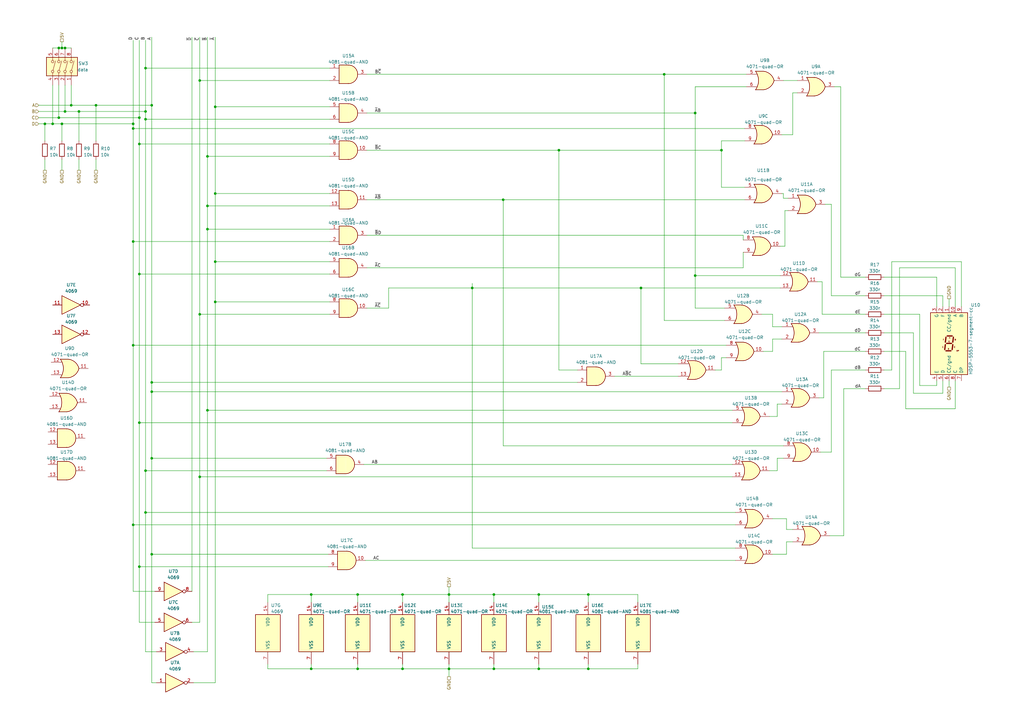
<source format=kicad_sch>
(kicad_sch (version 20230121) (generator eeschema)
  (paper "A3")
  (lib_symbols
    (symbol "000_Diodes_Immo:HDSP-7401"
      (property "Reference" "U" (at 27.94 3.81 0))
      (property "Value" "HDSP-5553-7-segment-cc" (at 13.97 17.78 0))
      (symbol "HDSP-7401_1_0"
        (text "A" (at 0.254 2.413 0) (effects (font (size 0.508 0.508))))
        (text "B" (at 2.54 1.651 0) (effects (font (size 0.508 0.508))))
        (text "C" (at 2.286 -1.397 0) (effects (font (size 0.508 0.508))))
        (text "D" (at -0.254 -2.159 0) (effects (font (size 0.508 0.508))))
        (text "DP" (at 3.556 -2.921 0) (effects (font (size 0.508 0.508))))
        (text "E" (at -2.54 -1.397 0) (effects (font (size 0.508 0.508))))
        (text "F" (at -2.286 1.651 0) (effects (font (size 0.508 0.508))))
        (text "G" (at 0 0.889 0) (effects (font (size 0.508 0.508))))
      )
      (symbol "HDSP-7401_1_1"
        (pin input line (at 0 15.24 270) (length 2.54) (name "CC/gnd") (number "1"))
        (pin input line (at 2.54 15.24 270) (length 2.54) (name "A") (number "10"))
        (pin input line (at -2.54 15.24 270) (length 2.54) (name "F") (number "2"))
        (pin input line (at -5.08 15.24 270) (length 2.54) (name "G") (number "3"))
        (pin input line (at -5.08 -15.24 90) (length 2.54) (name "E") (number "4"))
        (pin input line (at -2.54 -15.24 90) (length 2.54) (name "D") (number "5"))
        (pin input line (at 0 -15.24 90) (length 2.54) (name "CC/gnd") (number "6"))
        (pin input line (at 5.08 -15.24 90) (length 2.54) (name "DP") (number "7"))
        (pin input line (at 2.54 -15.24 90) (length 2.54) (name "C") (number "8"))
        (pin input line (at 5.08 15.24 270) (length 2.54) (name "B") (number "9"))
      )
    )
    (symbol "000_Logic_IC_Immo:4071-quad-OR" (pin_names (offset 1.016))
      (property "Reference" "U" (at 0 1.27 0))
      (property "Value" "4071-quad-OR" (at 0 -1.27 0))
      (symbol "4071-quad-OR_1_1"
        (pin input line (at -7.62 2.54 0) (length 4.318) (name "~") (number "1"))
        (pin input line (at -7.62 -2.54 0) (length 4.318) (name "~") (number "2"))
        (pin output line (at 7.62 0 180) (length 3.81) (name "~") (number "3"))
      )
      (symbol "4071-quad-OR_1_2"
        (pin input inverted (at -7.62 2.54 0) (length 3.81) (name "~") (number "1"))
        (pin input inverted (at -7.62 -2.54 0) (length 3.81) (name "~") (number "2"))
        (pin output inverted (at 7.62 0 180) (length 3.81) (name "~") (number "3"))
      )
      (symbol "4071-quad-OR_2_1"
        (pin output line (at 7.62 0 180) (length 3.81) (name "~") (number "4"))
        (pin input line (at -7.62 2.54 0) (length 4.318) (name "~") (number "5"))
        (pin input line (at -7.62 -2.54 0) (length 4.318) (name "~") (number "6"))
      )
      (symbol "4071-quad-OR_2_2"
        (pin output inverted (at 7.62 0 180) (length 3.81) (name "~") (number "4"))
        (pin input inverted (at -7.62 2.54 0) (length 3.81) (name "~") (number "5"))
        (pin input inverted (at -7.62 -2.54 0) (length 3.81) (name "~") (number "6"))
      )
      (symbol "4071-quad-OR_3_1"
        (pin output line (at 7.62 0 180) (length 3.81) (name "~") (number "10"))
        (pin input line (at -7.62 2.54 0) (length 4.318) (name "~") (number "8"))
        (pin input line (at -7.62 -2.54 0) (length 4.318) (name "~") (number "9"))
      )
      (symbol "4071-quad-OR_3_2"
        (pin output inverted (at 7.62 0 180) (length 3.81) (name "~") (number "10"))
        (pin input inverted (at -7.62 2.54 0) (length 3.81) (name "~") (number "8"))
        (pin input inverted (at -7.62 -2.54 0) (length 3.81) (name "~") (number "9"))
      )
      (symbol "4071-quad-OR_4_1"
        (pin output line (at 7.62 0 180) (length 3.81) (name "~") (number "11"))
        (pin input line (at -7.62 2.54 0) (length 4.318) (name "~") (number "12"))
        (pin input line (at -7.62 -2.54 0) (length 4.318) (name "~") (number "13"))
      )
      (symbol "4071-quad-OR_4_2"
        (pin output inverted (at 7.62 0 180) (length 3.81) (name "~") (number "11"))
        (pin input inverted (at -7.62 2.54 0) (length 3.81) (name "~") (number "12"))
        (pin input inverted (at -7.62 -2.54 0) (length 3.81) (name "~") (number "13"))
      )
      (symbol "4071-quad-OR_5_0"
        (pin power_in line (at 0 12.7 270) (length 5.08) (name "VDD") (number "14"))
        (pin power_in line (at 0 -12.7 90) (length 5.08) (name "VSS") (number "7"))
      )
    )
    (symbol "000_Logic_IC_Immo:4081-quad-AND" (pin_names (offset 1.016))
      (property "Reference" "U" (at 0 1.27 0))
      (property "Value" "4081-quad-AND" (at 0 -1.27 0))
      (symbol "4081-quad-AND_1_1"
        (pin input line (at -7.62 2.54 0) (length 3.81) (name "~") (number "1"))
        (pin input line (at -7.62 -2.54 0) (length 3.81) (name "~") (number "2"))
        (pin output line (at 7.62 0 180) (length 3.81) (name "~") (number "3"))
      )
      (symbol "4081-quad-AND_1_2"
        (pin input inverted (at -7.62 2.54 0) (length 4.318) (name "~") (number "1"))
        (pin input inverted (at -7.62 -2.54 0) (length 4.318) (name "~") (number "2"))
        (pin output inverted (at 7.62 0 180) (length 3.81) (name "~") (number "3"))
      )
      (symbol "4081-quad-AND_2_1"
        (pin output line (at 7.62 0 180) (length 3.81) (name "~") (number "4"))
        (pin input line (at -7.62 2.54 0) (length 3.81) (name "~") (number "5"))
        (pin input line (at -7.62 -2.54 0) (length 3.81) (name "~") (number "6"))
      )
      (symbol "4081-quad-AND_2_2"
        (pin output inverted (at 7.62 0 180) (length 3.81) (name "~") (number "4"))
        (pin input inverted (at -7.62 2.54 0) (length 4.318) (name "~") (number "5"))
        (pin input inverted (at -7.62 -2.54 0) (length 4.318) (name "~") (number "6"))
      )
      (symbol "4081-quad-AND_3_1"
        (pin output line (at 7.62 0 180) (length 3.81) (name "~") (number "10"))
        (pin input line (at -7.62 2.54 0) (length 3.81) (name "~") (number "8"))
        (pin input line (at -7.62 -2.54 0) (length 3.81) (name "~") (number "9"))
      )
      (symbol "4081-quad-AND_3_2"
        (pin output inverted (at 7.62 0 180) (length 3.81) (name "~") (number "10"))
        (pin input inverted (at -7.62 2.54 0) (length 4.318) (name "~") (number "8"))
        (pin input inverted (at -7.62 -2.54 0) (length 4.318) (name "~") (number "9"))
      )
      (symbol "4081-quad-AND_4_1"
        (pin output line (at 7.62 0 180) (length 3.81) (name "~") (number "11"))
        (pin input line (at -7.62 2.54 0) (length 3.81) (name "~") (number "12"))
        (pin input line (at -7.62 -2.54 0) (length 3.81) (name "~") (number "13"))
      )
      (symbol "4081-quad-AND_4_2"
        (pin output inverted (at 7.62 0 180) (length 3.81) (name "~") (number "11"))
        (pin input inverted (at -7.62 2.54 0) (length 4.318) (name "~") (number "12"))
        (pin input inverted (at -7.62 -2.54 0) (length 4.318) (name "~") (number "13"))
      )
      (symbol "4081-quad-AND_5_0"
        (pin power_in line (at 0 12.7 270) (length 5.08) (name "VDD") (number "14"))
        (pin power_in line (at 0 -12.7 90) (length 5.08) (name "VSS") (number "7"))
      )
    )
    (symbol "000_Resistors_Immo:10k" (pin_numbers hide) (pin_names (offset 0))
      (property "Reference" "R?" (at -2.54 3.81 0))
      (property "Value" "10k" (at -5.08 2.54 0))
      (symbol "10k_1_1"
        (pin passive line (at -3.81 0 0) (length 1.27) (name "~") (number "1"))
        (pin passive line (at 3.81 0 180) (length 1.27) (name "~") (number "2"))
      )
    )
    (symbol "000_Resistors_Immo:Resistor_0805" (pin_numbers hide) (pin_names (offset 0))
      (property "Reference" "R?" (at -2.54 3.81 0))
      (property "Value" "Resistor_0805" (at -5.08 2.54 0))
      (symbol "Resistor_0805_1_1"
        (pin passive line (at -3.81 0 0) (length 1.27) (name "~") (number "1"))
        (pin passive line (at 3.81 0 180) (length 1.27) (name "~") (number "2"))
      )
    )
    (symbol "4xxx:4069" (pin_names (offset 1.016))
      (property "Reference" "U" (at 0 1.27 0))
      (property "Value" "4069" (at 0 -1.27 0))
      (symbol "4069_1_0"
        (pin input line (at -7.62 0 0) (length 3.81) (name "~") (number "1"))
        (pin output inverted (at 7.62 0 180) (length 3.81) (name "~") (number "2"))
      )
      (symbol "4069_2_0"
        (pin input line (at -7.62 0 0) (length 3.81) (name "~") (number "3"))
        (pin output inverted (at 7.62 0 180) (length 3.81) (name "~") (number "4"))
      )
      (symbol "4069_3_0"
        (pin input line (at -7.62 0 0) (length 3.81) (name "~") (number "5"))
        (pin output inverted (at 7.62 0 180) (length 3.81) (name "~") (number "6"))
      )
      (symbol "4069_4_0"
        (pin output inverted (at 7.62 0 180) (length 3.81) (name "~") (number "8"))
        (pin input line (at -7.62 0 0) (length 3.81) (name "~") (number "9"))
      )
      (symbol "4069_5_0"
        (pin output inverted (at 7.62 0 180) (length 3.81) (name "~") (number "10"))
        (pin input line (at -7.62 0 0) (length 3.81) (name "~") (number "11"))
      )
      (symbol "4069_6_0"
        (pin output inverted (at 7.62 0 180) (length 3.81) (name "~") (number "12"))
        (pin input line (at -7.62 0 0) (length 3.81) (name "~") (number "13"))
      )
      (symbol "4069_7_0"
        (pin power_in line (at 0 12.7 270) (length 5.08) (name "VDD") (number "14"))
        (pin power_in line (at 0 -12.7 90) (length 5.08) (name "VSS") (number "7"))
      )
    )
    (symbol "Switch:SW_DIP_x04" (pin_names (offset 0) hide)
      (property "Reference" "SW" (at 0 8.89 0))
      (property "Value" "SW_DIP_x04" (at 0 -6.35 0))
      (symbol "SW_DIP_x04_1_1"
        (pin passive line (at -7.62 5.08 0) (length 5.08) (name "~") (number "1"))
        (pin passive line (at -7.62 2.54 0) (length 5.08) (name "~") (number "2"))
        (pin passive line (at -7.62 0 0) (length 5.08) (name "~") (number "3"))
        (pin passive line (at -7.62 -2.54 0) (length 5.08) (name "~") (number "4"))
        (pin passive line (at 7.62 -2.54 180) (length 5.08) (name "~") (number "5"))
        (pin passive line (at 7.62 0 180) (length 5.08) (name "~") (number "6"))
        (pin passive line (at 7.62 2.54 180) (length 5.08) (name "~") (number "7"))
        (pin passive line (at 7.62 5.08 180) (length 5.08) (name "~") (number "8"))
      )
    )
  )
  (junction (at 62.23 160.655))
  (junction (at 57.15 48.26))
  (junction (at 57.15 59.055))
  (junction (at 57.15 232.41))
  (junction (at 85.09 93.98))
  (junction (at 262.89 118.11))
  (junction (at 295.91 61.595))
  (junction (at 26.67 19.685))
  (junction (at 285.115 113.03))
  (junction (at 24.13 48.26))
  (junction (at 62.23 227.33))
  (junction (at 146.685 274.32))
  (junction (at 88.265 123.825))
  (junction (at 272.415 30.48))
  (junction (at 127.635 274.32))
  (junction (at 165.1 243.84))
  (junction (at 202.565 243.84))
  (junction (at 39.37 43.18))
  (junction (at 62.23 156.845))
  (junction (at 88.265 107.315))
  (junction (at 21.59 50.8))
  (junction (at 25.4 50.8))
  (junction (at 59.69 45.72))
  (junction (at 193.675 118.11))
  (junction (at 241.3 243.84))
  (junction (at 26.67 45.72))
  (junction (at 206.375 81.915))
  (junction (at 220.98 274.32))
  (junction (at 59.69 48.895))
  (junction (at 85.09 64.135))
  (junction (at 18.415 50.8))
  (junction (at 285.115 46.355))
  (junction (at 184.15 274.32))
  (junction (at 54.61 215.265))
  (junction (at 25.4 19.685))
  (junction (at 85.09 168.275))
  (junction (at 88.265 43.815))
  (junction (at 184.15 243.84))
  (junction (at 88.265 79.375))
  (junction (at 24.13 19.685))
  (junction (at 59.69 27.94))
  (junction (at 29.21 43.18))
  (junction (at 62.23 43.18))
  (junction (at 32.385 45.72))
  (junction (at 62.23 187.96))
  (junction (at 146.685 243.84))
  (junction (at 202.565 274.32))
  (junction (at 81.915 33.02))
  (junction (at 57.15 173.355))
  (junction (at 81.915 128.905))
  (junction (at 59.69 193.04))
  (junction (at 241.3 274.32))
  (junction (at 54.61 141.605))
  (junction (at 165.1 274.32))
  (junction (at 54.61 50.8))
  (junction (at 220.98 243.84))
  (junction (at 127.635 243.84))
  (junction (at 229.235 61.595))
  (junction (at 59.69 210.185))
  (junction (at 81.915 195.58))
  (junction (at 54.61 99.06))
  (junction (at 54.61 52.705))
  (junction (at 57.15 112.395))
  (junction (at 85.09 84.455))
  (wire (pts (xy 391.795 109.855) (xy 391.795 125.73)))
  (wire (pts (xy 54.61 52.705) (xy 305.435 52.705)))
  (wire (pts (xy 57.15 59.055) (xy 135.255 59.055)))
  (wire (pts (xy 320.675 55.245) (xy 325.12 55.245)))
  (wire (pts (xy 62.23 280.035) (xy 64.135 280.035)))
  (wire (pts (xy 25.4 50.8) (xy 54.61 50.8)))
  (wire (pts (xy 26.67 19.685) (xy 29.21 19.685)))
  (wire (pts (xy 21.59 19.685) (xy 24.13 19.685)))
  (wire (pts (xy 39.37 65.405) (xy 39.37 69.85)))
  (wire (pts (xy 54.61 215.265) (xy 54.61 242.57)))
  (wire (pts (xy 85.09 84.455) (xy 85.09 93.98)))
  (wire (pts (xy 85.09 64.135) (xy 85.09 84.455)))
  (wire (pts (xy 318.77 193.04) (xy 318.77 187.96)))
  (wire (pts (xy 368.935 159.385) (xy 368.935 109.855)))
  (wire (pts (xy 150.495 96.52) (xy 304.8 96.52)))
  (wire (pts (xy 57.15 173.355) (xy 57.15 232.41)))
  (wire (pts (xy 150.495 81.915) (xy 206.375 81.915)))
  (wire (pts (xy 39.37 43.18) (xy 62.23 43.18)))
  (wire (pts (xy 81.915 195.58) (xy 81.915 255.27)))
  (wire (pts (xy 389.255 122.555) (xy 389.255 125.73)))
  (wire (pts (xy 295.91 151.765) (xy 295.91 146.685)))
  (wire (pts (xy 150.495 61.595) (xy 229.235 61.595)))
  (wire (pts (xy 39.37 43.18) (xy 39.37 57.785)))
  (wire (pts (xy 320.675 79.375) (xy 321.31 79.375)))
  (wire (pts (xy 285.115 46.355) (xy 285.115 113.03)))
  (wire (pts (xy 54.61 141.605) (xy 54.61 215.265)))
  (wire (pts (xy 18.415 57.785) (xy 18.415 50.8)))
  (wire (pts (xy 81.915 33.02) (xy 81.915 128.905)))
  (wire (pts (xy 262.89 118.11) (xy 320.04 118.11)))
  (wire (pts (xy 193.675 118.11) (xy 262.89 118.11)))
  (wire (pts (xy 184.15 272.415) (xy 184.15 274.32)))
  (wire (pts (xy 220.98 243.84) (xy 220.98 247.015)))
  (wire (pts (xy 85.09 168.275) (xy 300.355 168.275)))
  (wire (pts (xy 24.13 48.26) (xy 57.15 48.26)))
  (wire (pts (xy 338.455 83.82) (xy 340.995 83.82)))
  (wire (pts (xy 316.865 212.725) (xy 322.58 212.725)))
  (wire (pts (xy 165.1 272.415) (xy 165.1 274.32)))
  (wire (pts (xy 320.04 100.965) (xy 321.945 100.965)))
  (wire (pts (xy 165.1 274.32) (xy 184.15 274.32)))
  (wire (pts (xy 109.855 274.32) (xy 109.855 272.415)))
  (wire (pts (xy 295.91 57.785) (xy 305.435 57.785)))
  (wire (pts (xy 88.265 107.315) (xy 88.265 123.825)))
  (wire (pts (xy 146.685 243.84) (xy 146.685 247.015)))
  (wire (pts (xy 62.23 187.96) (xy 133.985 187.96)))
  (wire (pts (xy 316.865 133.985) (xy 316.865 128.905)))
  (wire (pts (xy 335.915 163.195) (xy 337.82 163.195)))
  (wire (pts (xy 25.4 65.405) (xy 25.4 69.85)))
  (wire (pts (xy 206.375 81.915) (xy 305.435 81.915)))
  (wire (pts (xy 59.69 267.335) (xy 64.135 267.335)))
  (wire (pts (xy 15.875 43.18) (xy 29.21 43.18)))
  (wire (pts (xy 220.98 272.415) (xy 220.98 274.32)))
  (wire (pts (xy 149.225 190.5) (xy 300.355 190.5)))
  (wire (pts (xy 81.915 33.02) (xy 135.255 33.02)))
  (wire (pts (xy 321.945 100.965) (xy 321.945 86.36)))
  (wire (pts (xy 241.3 243.84) (xy 241.3 247.015)))
  (wire (pts (xy 54.61 141.605) (xy 297.815 141.605)))
  (wire (pts (xy 220.98 243.84) (xy 241.3 243.84)))
  (wire (pts (xy 26.67 34.925) (xy 26.67 45.72)))
  (wire (pts (xy 316.865 139.065) (xy 320.675 139.065)))
  (wire (pts (xy 220.98 274.32) (xy 241.3 274.32)))
  (wire (pts (xy 54.61 99.06) (xy 135.255 99.06)))
  (wire (pts (xy 304.8 96.52) (xy 304.8 98.425)))
  (wire (pts (xy 377.19 128.905) (xy 377.19 158.115)))
  (wire (pts (xy 337.185 115.57) (xy 337.185 128.905)))
  (wire (pts (xy 371.475 167.64) (xy 391.795 167.64)))
  (wire (pts (xy 362.585 121.285) (xy 386.715 121.285)))
  (wire (pts (xy 193.675 116.205) (xy 193.675 118.11)))
  (wire (pts (xy 316.865 227.33) (xy 322.58 227.33)))
  (wire (pts (xy 318.77 187.96) (xy 321.31 187.96)))
  (wire (pts (xy 81.915 195.58) (xy 300.355 195.58)))
  (wire (pts (xy 300.355 173.355) (xy 57.15 173.355)))
  (wire (pts (xy 313.055 144.145) (xy 316.865 144.145)))
  (wire (pts (xy 340.36 219.71) (xy 346.075 219.71)))
  (wire (pts (xy 206.375 81.915) (xy 206.375 182.88)))
  (wire (pts (xy 252.095 154.305) (xy 278.13 154.305)))
  (wire (pts (xy 293.37 151.765) (xy 295.91 151.765)))
  (wire (pts (xy 59.69 48.895) (xy 135.255 48.895)))
  (wire (pts (xy 202.565 272.415) (xy 202.565 274.32)))
  (wire (pts (xy 32.385 45.72) (xy 59.69 45.72)))
  (wire (pts (xy 322.58 212.725) (xy 322.58 217.17)))
  (wire (pts (xy 391.795 167.64) (xy 391.795 156.21)))
  (wire (pts (xy 78.74 15.24) (xy 78.74 242.57)))
  (wire (pts (xy 88.265 43.815) (xy 135.255 43.815)))
  (wire (pts (xy 135.255 79.375) (xy 88.265 79.375)))
  (wire (pts (xy 229.235 151.765) (xy 236.855 151.765)))
  (wire (pts (xy 62.23 187.96) (xy 62.23 227.33)))
  (wire (pts (xy 32.385 45.72) (xy 32.385 57.785)))
  (wire (pts (xy 394.335 107.315) (xy 394.335 125.73)))
  (wire (pts (xy 295.91 61.595) (xy 295.91 57.785)))
  (wire (pts (xy 78.74 255.27) (xy 81.915 255.27)))
  (wire (pts (xy 318.77 170.815) (xy 318.77 165.735)))
  (wire (pts (xy 54.61 242.57) (xy 63.5 242.57)))
  (wire (pts (xy 262.89 118.11) (xy 262.89 149.225)))
  (wire (pts (xy 337.185 128.905) (xy 354.965 128.905)))
  (wire (pts (xy 365.76 107.315) (xy 394.335 107.315)))
  (wire (pts (xy 272.415 30.48) (xy 272.415 131.445)))
  (wire (pts (xy 384.175 158.115) (xy 384.175 156.21)))
  (wire (pts (xy 54.61 99.06) (xy 54.61 141.605)))
  (wire (pts (xy 21.59 34.925) (xy 21.59 50.8)))
  (wire (pts (xy 384.175 113.665) (xy 384.175 125.73)))
  (wire (pts (xy 261.62 243.84) (xy 261.62 247.015)))
  (wire (pts (xy 57.15 48.26) (xy 57.15 59.055)))
  (wire (pts (xy 18.415 65.405) (xy 18.415 69.85)))
  (wire (pts (xy 146.685 243.84) (xy 127.635 243.84)))
  (wire (pts (xy 81.915 128.905) (xy 135.255 128.905)))
  (wire (pts (xy 336.55 185.42) (xy 340.995 185.42)))
  (wire (pts (xy 159.385 126.365) (xy 159.385 118.11)))
  (wire (pts (xy 184.15 274.32) (xy 202.565 274.32)))
  (wire (pts (xy 62.23 227.33) (xy 62.23 280.035)))
  (wire (pts (xy 127.635 243.84) (xy 127.635 247.015)))
  (wire (pts (xy 285.115 35.56) (xy 306.07 35.56)))
  (wire (pts (xy 325.12 55.245) (xy 325.12 38.1)))
  (wire (pts (xy 165.1 243.84) (xy 165.1 247.015)))
  (wire (pts (xy 59.69 210.185) (xy 59.69 267.335)))
  (wire (pts (xy 159.385 118.11) (xy 193.675 118.11)))
  (wire (pts (xy 62.23 160.655) (xy 320.675 160.655)))
  (wire (pts (xy 295.91 146.685) (xy 297.815 146.685)))
  (wire (pts (xy 362.585 128.905) (xy 377.19 128.905)))
  (wire (pts (xy 342.265 35.56) (xy 344.805 35.56)))
  (wire (pts (xy 285.115 113.03) (xy 285.115 126.365)))
  (wire (pts (xy 340.995 151.765) (xy 354.965 151.765)))
  (wire (pts (xy 335.915 136.525) (xy 354.965 136.525)))
  (wire (pts (xy 88.265 123.825) (xy 88.265 280.035)))
  (wire (pts (xy 59.69 48.895) (xy 59.69 193.04)))
  (wire (pts (xy 25.4 17.145) (xy 25.4 19.685)))
  (wire (pts (xy 322.58 227.33) (xy 322.58 222.25)))
  (wire (pts (xy 81.915 15.24) (xy 81.915 33.02)))
  (wire (pts (xy 15.875 45.72) (xy 26.67 45.72)))
  (wire (pts (xy 150.495 109.855) (xy 304.8 109.855)))
  (wire (pts (xy 206.375 182.88) (xy 321.31 182.88)))
  (wire (pts (xy 340.995 121.285) (xy 354.965 121.285)))
  (wire (pts (xy 304.8 109.855) (xy 304.8 103.505)))
  (wire (pts (xy 365.76 151.765) (xy 365.76 107.315)))
  (wire (pts (xy 57.15 112.395) (xy 57.15 173.355)))
  (wire (pts (xy 135.255 27.94) (xy 59.69 27.94)))
  (wire (pts (xy 318.77 165.735) (xy 320.675 165.735)))
  (wire (pts (xy 322.58 217.17) (xy 325.12 217.17)))
  (wire (pts (xy 337.82 163.195) (xy 337.82 144.145)))
  (wire (pts (xy 62.23 43.18) (xy 62.23 156.845)))
  (wire (pts (xy 325.12 38.1) (xy 327.025 38.1)))
  (wire (pts (xy 29.21 34.925) (xy 29.21 43.18)))
  (wire (pts (xy 340.995 83.82) (xy 340.995 121.285)))
  (wire (pts (xy 202.565 274.32) (xy 220.98 274.32)))
  (wire (pts (xy 54.61 50.8) (xy 54.61 52.705)))
  (wire (pts (xy 85.09 168.275) (xy 85.09 267.335)))
  (wire (pts (xy 272.415 30.48) (xy 306.07 30.48)))
  (wire (pts (xy 149.86 229.87) (xy 301.625 229.87)))
  (wire (pts (xy 109.855 243.84) (xy 109.855 247.015)))
  (wire (pts (xy 377.19 158.115) (xy 384.175 158.115)))
  (wire (pts (xy 322.58 222.25) (xy 325.12 222.25)))
  (wire (pts (xy 202.565 243.84) (xy 202.565 247.015)))
  (wire (pts (xy 57.15 255.27) (xy 63.5 255.27)))
  (wire (pts (xy 184.15 243.84) (xy 165.1 243.84)))
  (wire (pts (xy 362.585 113.665) (xy 384.175 113.665)))
  (wire (pts (xy 109.855 274.32) (xy 127.635 274.32)))
  (wire (pts (xy 346.075 159.385) (xy 354.965 159.385)))
  (wire (pts (xy 54.61 215.265) (xy 301.625 215.265)))
  (wire (pts (xy 88.265 280.035) (xy 79.375 280.035)))
  (wire (pts (xy 346.075 159.385) (xy 346.075 219.71)))
  (wire (pts (xy 127.635 272.415) (xy 127.635 274.32)))
  (wire (pts (xy 88.265 15.24) (xy 88.265 43.815)))
  (wire (pts (xy 57.15 232.41) (xy 134.62 232.41)))
  (wire (pts (xy 25.4 50.8) (xy 25.4 57.785)))
  (wire (pts (xy 57.15 59.055) (xy 57.15 112.395)))
  (wire (pts (xy 285.115 35.56) (xy 285.115 46.355)))
  (wire (pts (xy 127.635 274.32) (xy 146.685 274.32)))
  (wire (pts (xy 316.865 144.145) (xy 316.865 139.065)))
  (wire (pts (xy 320.675 133.985) (xy 316.865 133.985)))
  (wire (pts (xy 57.15 232.41) (xy 57.15 255.27)))
  (wire (pts (xy 59.69 16.51) (xy 59.69 27.94)))
  (wire (pts (xy 184.15 240.665) (xy 184.15 243.84)))
  (wire (pts (xy 241.3 243.84) (xy 261.62 243.84)))
  (wire (pts (xy 32.385 65.405) (xy 32.385 69.85)))
  (wire (pts (xy 85.09 84.455) (xy 135.255 84.455)))
  (wire (pts (xy 15.875 50.8) (xy 18.415 50.8)))
  (wire (pts (xy 146.685 272.415) (xy 146.685 274.32)))
  (wire (pts (xy 340.995 151.765) (xy 340.995 185.42)))
  (wire (pts (xy 305.435 76.835) (xy 295.91 76.835)))
  (wire (pts (xy 272.415 131.445) (xy 297.18 131.445)))
  (wire (pts (xy 315.595 193.04) (xy 318.77 193.04)))
  (wire (pts (xy 165.1 243.84) (xy 146.685 243.84)))
  (wire (pts (xy 321.31 33.02) (xy 327.025 33.02)))
  (wire (pts (xy 150.495 126.365) (xy 159.385 126.365)))
  (wire (pts (xy 241.3 274.32) (xy 261.62 274.32)))
  (wire (pts (xy 295.91 76.835) (xy 295.91 61.595)))
  (wire (pts (xy 229.235 61.595) (xy 295.91 61.595)))
  (wire (pts (xy 133.985 193.04) (xy 59.69 193.04)))
  (wire (pts (xy 374.65 161.29) (xy 386.715 161.29)))
  (wire (pts (xy 85.09 93.98) (xy 85.09 168.275)))
  (wire (pts (xy 85.09 267.335) (xy 79.375 267.335)))
  (wire (pts (xy 59.69 210.185) (xy 301.625 210.185)))
  (wire (pts (xy 25.4 19.685) (xy 26.67 19.685)))
  (wire (pts (xy 57.15 112.395) (xy 135.255 112.395)))
  (wire (pts (xy 85.09 15.24) (xy 85.09 64.135)))
  (wire (pts (xy 150.495 46.355) (xy 285.115 46.355)))
  (wire (pts (xy 26.67 45.72) (xy 32.385 45.72)))
  (wire (pts (xy 241.3 272.415) (xy 241.3 274.32)))
  (wire (pts (xy 127.635 243.84) (xy 109.855 243.84)))
  (wire (pts (xy 29.21 43.18) (xy 39.37 43.18)))
  (wire (pts (xy 24.13 19.685) (xy 25.4 19.685)))
  (wire (pts (xy 344.805 113.665) (xy 354.965 113.665)))
  (wire (pts (xy 54.61 52.705) (xy 54.61 99.06)))
  (wire (pts (xy 386.715 161.29) (xy 386.715 156.21)))
  (wire (pts (xy 261.62 274.32) (xy 261.62 272.415)))
  (wire (pts (xy 59.69 193.04) (xy 59.69 210.185)))
  (wire (pts (xy 321.31 79.375) (xy 321.31 81.28)))
  (wire (pts (xy 54.61 16.51) (xy 54.61 50.8)))
  (wire (pts (xy 321.945 86.36) (xy 323.215 86.36)))
  (wire (pts (xy 18.415 50.8) (xy 21.59 50.8)))
  (wire (pts (xy 202.565 243.84) (xy 220.98 243.84)))
  (wire (pts (xy 229.235 61.595) (xy 229.235 151.765)))
  (wire (pts (xy 297.18 126.365) (xy 285.115 126.365)))
  (wire (pts (xy 337.82 144.145) (xy 354.965 144.145)))
  (wire (pts (xy 135.255 64.135) (xy 85.09 64.135)))
  (wire (pts (xy 62.23 156.845) (xy 62.23 160.655)))
  (wire (pts (xy 21.59 50.8) (xy 25.4 50.8)))
  (wire (pts (xy 335.28 115.57) (xy 337.185 115.57)))
  (wire (pts (xy 81.915 128.905) (xy 81.915 195.58)))
  (wire (pts (xy 59.69 45.72) (xy 59.69 48.895)))
  (wire (pts (xy 57.15 16.51) (xy 57.15 48.26)))
  (wire (pts (xy 24.13 34.925) (xy 24.13 48.26)))
  (wire (pts (xy 62.23 15.24) (xy 62.23 43.18)))
  (wire (pts (xy 262.89 149.225) (xy 278.13 149.225)))
  (wire (pts (xy 362.585 144.145) (xy 371.475 144.145)))
  (wire (pts (xy 184.15 243.84) (xy 202.565 243.84)))
  (wire (pts (xy 386.715 121.285) (xy 386.715 125.73)))
  (wire (pts (xy 146.685 274.32) (xy 165.1 274.32)))
  (wire (pts (xy 88.265 123.825) (xy 135.255 123.825)))
  (wire (pts (xy 362.585 151.765) (xy 365.76 151.765)))
  (wire (pts (xy 321.31 81.28) (xy 323.215 81.28)))
  (wire (pts (xy 62.23 160.655) (xy 62.23 187.96)))
  (wire (pts (xy 88.265 79.375) (xy 88.265 107.315)))
  (wire (pts (xy 193.675 118.11) (xy 193.675 224.79)))
  (wire (pts (xy 368.935 109.855) (xy 391.795 109.855)))
  (wire (pts (xy 362.585 136.525) (xy 374.65 136.525)))
  (wire (pts (xy 344.805 113.665) (xy 344.805 35.56)))
  (wire (pts (xy 59.69 27.94) (xy 59.69 45.72)))
  (wire (pts (xy 362.585 159.385) (xy 368.935 159.385)))
  (wire (pts (xy 374.65 136.525) (xy 374.65 161.29)))
  (wire (pts (xy 150.495 30.48) (xy 272.415 30.48)))
  (wire (pts (xy 85.09 93.98) (xy 135.255 93.98)))
  (wire (pts (xy 371.475 144.145) (xy 371.475 167.64)))
  (wire (pts (xy 15.875 48.26) (xy 24.13 48.26)))
  (wire (pts (xy 315.595 170.815) (xy 318.77 170.815)))
  (wire (pts (xy 184.15 243.84) (xy 184.15 247.015)))
  (wire (pts (xy 312.42 128.905) (xy 316.865 128.905)))
  (wire (pts (xy 193.675 224.79) (xy 301.625 224.79)))
  (wire (pts (xy 389.255 158.75) (xy 389.255 156.21)))
  (wire (pts (xy 62.23 156.845) (xy 236.855 156.845)))
  (wire (pts (xy 184.15 274.32) (xy 184.15 277.495)))
  (wire (pts (xy 62.23 227.33) (xy 134.62 227.33)))
  (wire (pts (xy 88.265 107.315) (xy 135.255 107.315)))
  (wire (pts (xy 88.265 43.815) (xy 88.265 79.375)))
  (wire (pts (xy 320.04 113.03) (xy 285.115 113.03)))
  (label "~{C}" (at 81.915 15.24 270))
  (label "~{A}B" (at 153.67 46.355 0))
  (label "~{A}C" (at 153.67 109.855 0))
  (label "AB" (at 152.4 190.5 0))
  (label "dF" (at 353.06 121.285 180))
  (label "~{A}~{B}" (at 153.67 81.915 0))
  (label "dB" (at 353.06 151.765 180))
  (label "A~{B}C" (at 255.27 154.305 0))
  (label "AC" (at 153.035 229.87 0))
  (label "dA" (at 353.06 159.385 180))
  (label "~{A}" (at 88.265 15.24 270))
  (label "B" (at 59.69 16.51 90))
  (label "A" (at 62.23 15.24 270))
  (label "~{A}~{C}" (at 153.67 126.365 0))
  (label "~{B}D" (at 153.67 96.52 0))
  (label "~{D}" (at 78.74 15.24 270))
  (label "dD" (at 353.06 136.525 180))
  (label "dE" (at 353.06 128.905 180))
  (label "~{B}C" (at 153.67 61.595 0))
  (label "D" (at 54.61 16.51 90))
  (label "dC" (at 353.06 144.145 180))
  (label "C" (at 57.15 16.51 90))
  (label "B~{C}" (at 153.67 30.48 0))
  (label "~{B}" (at 85.09 15.24 270))
  (label "dG" (at 353.06 113.665 180))
  (hierarchical_label "GND" (shape passive) (at 18.415 69.85 270))
  (hierarchical_label "GND" (shape passive) (at 184.15 277.495 270))
  (hierarchical_label "GND" (shape passive) (at 39.37 69.85 270))
  (hierarchical_label "A" (shape input) (at 15.875 43.18 180))
  (hierarchical_label "GND" (shape passive) (at 389.255 158.75 270))
  (hierarchical_label "B" (shape input) (at 15.875 45.72 180))
  (hierarchical_label "5V" (shape passive) (at 25.4 17.145 90))
  (hierarchical_label "GND" (shape passive) (at 32.385 69.85 270))
  (hierarchical_label "GND" (shape passive) (at 389.255 122.555 90))
  (hierarchical_label "D" (shape input) (at 15.875 50.8 180))
  (hierarchical_label "GND" (shape passive) (at 25.4 69.85 270))
  (hierarchical_label "5V" (shape passive) (at 184.15 240.665 90))
  (hierarchical_label "C" (shape input) (at 15.875 48.26 180))
  (symbol (lib_id "000_Logic_IC_Immo:4071-quad-OR") (at 334.645 35.56 0) (unit 1)
    (property "Reference" "U9" (at 334.645 27.305 0))
    (property "Value" "4071-quad-OR" (at 334.645 29.845 0))
    (property "Datasheet" "http://www.intersil.com/content/dam/Intersil/documents/cd40/cd4071bms-72bms-75bms.pdf" (effects hide))
  )
  (symbol (lib_id "000_Diodes_Immo:HDSP-7401") (at 389.255 140.97 0) (unit 1)
    (property "Reference" "U10" (at 398.145 125.095 0) (effects (justify left)))
    (property "Value" "HDSP-5553-7-segment-cc" (at 398.145 153.67 90) (effects (justify left)))
    (property "Footprint" "Display_7Segment:HDSP-7401" (effects hide))
    (property "Datasheet" "https://docs.broadcom.com/docs/AV02-2553EN" (effects hide))
  )
  (symbol (lib_id "000_Logic_IC_Immo:4081-quad-AND") (at 142.24 229.87 0) (unit 3)
    (property "Reference" "U17" (at 142.2317 221.615 0))
    (property "Value" "4081-quad-AND" (at 142.2317 224.155 0))
    (property "Datasheet" "http://www.intersil.com/content/dam/Intersil/documents/cd40/cd4073bms-81bms-82bms.pdf" (effects hide))
  )
  (symbol (lib_id "000_Logic_IC_Immo:4071-quad-OR") (at 305.435 144.145 0) (unit 3)
    (property "Reference" "U12" (at 305.435 135.89 0))
    (property "Value" "4071-quad-OR" (at 305.435 138.43 0))
    (property "Datasheet" "http://www.intersil.com/content/dam/Intersil/documents/cd40/cd4071bms-72bms-75bms.pdf" (effects hide))
  )
  (symbol (lib_id "4xxx:4069") (at 71.12 255.27 0) (unit 3)
    (property "Reference" "U7" (at 71.12 247.015 0))
    (property "Value" "4069" (at 71.12 249.555 0))
    (property "Datasheet" "http://www.intersil.com/content/dam/Intersil/documents/cd40/cd4069ubms.pdf" (effects hide))
  )
  (symbol (lib_id "000_Logic_IC_Immo:4081-quad-AND") (at 141.605 190.5 0) (unit 2)
    (property "Reference" "U17" (at 141.5967 182.245 0))
    (property "Value" "4081-quad-AND" (at 141.5967 184.785 0))
    (property "Datasheet" "http://www.intersil.com/content/dam/Intersil/documents/cd40/cd4073bms-81bms-82bms.pdf" (effects hide))
  )
  (symbol (lib_id "000_Logic_IC_Immo:4071-quad-OR") (at 327.66 115.57 0) (unit 4)
    (property "Reference" "U11" (at 327.66 107.95 0))
    (property "Value" "4071-quad-OR" (at 327.66 110.49 0))
    (property "Datasheet" "http://www.intersil.com/content/dam/Intersil/documents/cd40/cd4071bms-72bms-75bms.pdf" (effects hide))
  )
  (symbol (lib_id "000_Logic_IC_Immo:4071-quad-OR") (at 328.295 163.195 0) (unit 1)
    (property "Reference" "U13" (at 328.93 155.575 0))
    (property "Value" "4071-quad-OR" (at 328.295 158.115 0))
    (property "Datasheet" "http://www.intersil.com/content/dam/Intersil/documents/cd40/cd4071bms-72bms-75bms.pdf" (effects hide))
  )
  (symbol (lib_id "000_Logic_IC_Immo:4081-quad-AND") (at 261.62 259.715 0) (unit 5)
    (property "Reference" "U17" (at 262.255 248.285 0) (effects (justify left)))
    (property "Value" "4081-quad-AND" (at 262.255 250.825 0) (effects (justify left)))
    (property "Datasheet" "http://www.intersil.com/content/dam/Intersil/documents/cd40/cd4073bms-81bms-82bms.pdf" (effects hide))
  )
  (symbol (lib_id "000_Logic_IC_Immo:4071-quad-OR") (at 309.245 227.33 0) (unit 3)
    (property "Reference" "U14" (at 309.245 219.71 0))
    (property "Value" "4071-quad-OR" (at 309.245 222.25 0))
    (property "Datasheet" "http://www.intersil.com/content/dam/Intersil/documents/cd40/cd4071bms-72bms-75bms.pdf" (effects hide))
  )
  (symbol (lib_id "000_Logic_IC_Immo:4071-quad-OR") (at 184.15 259.715 0) (unit 5)
    (property "Reference" "U13" (at 184.785 248.285 0) (effects (justify left)))
    (property "Value" "4071-quad-OR" (at 184.785 250.825 0) (effects (justify left)))
    (property "Datasheet" "http://www.intersil.com/content/dam/Intersil/documents/cd40/cd4071bms-72bms-75bms.pdf" (effects hide))
  )
  (symbol (lib_id "4xxx:4069") (at 29.21 137.16 0) (unit 6)
    (property "Reference" "U7" (at 29.21 129.54 0))
    (property "Value" "4069" (at 29.21 132.08 0))
    (property "Datasheet" "http://www.intersil.com/content/dam/Intersil/documents/cd40/cd4069ubms.pdf" (effects hide))
  )
  (symbol (lib_id "000_Resistors_Immo:Resistor_0805") (at 358.775 121.285 0) (unit 1)
    (property "Reference" "R16" (at 358.775 116.205 0))
    (property "Value" "330r" (at 358.775 118.745 0))
    (property "Footprint" "Resistor_SMD:R_0805_2012Metric_Pad1.20x1.40mm_HandSolder" (effects hide))
  )
  (symbol (lib_id "4xxx:4069") (at 71.12 242.57 0) (unit 4)
    (property "Reference" "U7" (at 71.12 234.315 0))
    (property "Value" "4069" (at 71.12 236.855 0))
    (property "Datasheet" "http://www.intersil.com/content/dam/Intersil/documents/cd40/cd4069ubms.pdf" (effects hide))
  )
  (symbol (lib_id "000_Logic_IC_Immo:4081-quad-AND") (at 142.875 109.855 0) (unit 2)
    (property "Reference" "U16" (at 142.8667 101.6 0))
    (property "Value" "4081-quad-AND" (at 142.8667 104.14 0))
    (property "Datasheet" "http://www.intersil.com/content/dam/Intersil/documents/cd40/cd4073bms-81bms-82bms.pdf" (effects hide))
  )
  (symbol (lib_id "000_Logic_IC_Immo:4081-quad-AND") (at 220.98 259.715 0) (unit 5)
    (property "Reference" "U15" (at 222.25 248.92 0) (effects (justify left)))
    (property "Value" "4081-quad-AND" (at 220.98 250.825 0) (effects (justify left)))
    (property "Datasheet" "http://www.intersil.com/content/dam/Intersil/documents/cd40/cd4073bms-81bms-82bms.pdf" (effects hide))
  )
  (symbol (lib_id "000_Logic_IC_Immo:4081-quad-AND") (at 142.875 61.595 0) (unit 3)
    (property "Reference" "U15" (at 142.8667 53.975 0))
    (property "Value" "4081-quad-AND" (at 142.8667 56.515 0))
    (property "Datasheet" "http://www.intersil.com/content/dam/Intersil/documents/cd40/cd4073bms-81bms-82bms.pdf" (effects hide))
  )
  (symbol (lib_id "000_Logic_IC_Immo:4071-quad-OR") (at 309.245 212.725 0) (unit 2)
    (property "Reference" "U14" (at 308.61 204.47 0))
    (property "Value" "4071-quad-OR" (at 309.245 207.01 0))
    (property "Datasheet" "http://www.intersil.com/content/dam/Intersil/documents/cd40/cd4071bms-72bms-75bms.pdf" (effects hide))
  )
  (symbol (lib_id "000_Logic_IC_Immo:4071-quad-OR") (at 328.93 185.42 0) (unit 3)
    (property "Reference" "U13" (at 328.93 177.8 0))
    (property "Value" "4071-quad-OR" (at 328.93 180.34 0))
    (property "Datasheet" "http://www.intersil.com/content/dam/Intersil/documents/cd40/cd4071bms-72bms-75bms.pdf" (effects hide))
  )
  (symbol (lib_id "000_Logic_IC_Immo:4071-quad-OR") (at 285.75 151.765 0) (unit 4)
    (property "Reference" "U12" (at 285.75 144.145 0))
    (property "Value" "4071-quad-OR" (at 285.75 146.685 0))
    (property "Datasheet" "http://www.intersil.com/content/dam/Intersil/documents/cd40/cd4071bms-72bms-75bms.pdf" (effects hide))
  )
  (symbol (lib_id "000_Logic_IC_Immo:4071-quad-OR") (at 127.635 259.715 0) (unit 5)
    (property "Reference" "U9" (at 128.27 248.285 0) (effects (justify left)))
    (property "Value" "4071-quad-OR" (at 128.27 250.825 0) (effects (justify left)))
    (property "Datasheet" "http://www.intersil.com/content/dam/Intersil/documents/cd40/cd4071bms-72bms-75bms.pdf" (effects hide))
  )
  (symbol (lib_id "000_Resistors_Immo:10k") (at 18.415 61.595 90) (unit 1)
    (property "Reference" "R7" (at 20.32 60.96 90) (effects (justify right)))
    (property "Value" "10k" (at 20.32 63.5 90) (effects (justify right)))
    (property "Footprint" "Resistor_SMD:R_0805_2012Metric_Pad1.20x1.40mm_HandSolder" (effects hide))
    (property "JLCpart" "C2930231" (effects hide))
    (property "Cost" "0.002" (effects hide))
  )
  (symbol (lib_id "000_Logic_IC_Immo:4081-quad-AND") (at 244.475 154.305 0) (unit 1)
    (property "Reference" "U17" (at 244.4667 146.05 0))
    (property "Value" "4081-quad-AND" (at 244.4667 148.59 0))
    (property "Datasheet" "http://www.intersil.com/content/dam/Intersil/documents/cd40/cd4073bms-81bms-82bms.pdf" (effects hide))
  )
  (symbol (lib_id "000_Logic_IC_Immo:4071-quad-OR") (at 313.69 33.02 0) (unit 2)
    (property "Reference" "U9" (at 313.69 24.765 0))
    (property "Value" "4071-quad-OR" (at 313.69 27.305 0))
    (property "Datasheet" "http://www.intersil.com/content/dam/Intersil/documents/cd40/cd4071bms-72bms-75bms.pdf" (effects hide))
  )
  (symbol (lib_id "000_Logic_IC_Immo:4071-quad-OR") (at 330.835 83.82 0) (unit 1)
    (property "Reference" "U11" (at 330.835 75.565 0))
    (property "Value" "4071-quad-OR" (at 330.835 78.105 0))
    (property "Datasheet" "http://www.intersil.com/content/dam/Intersil/documents/cd40/cd4071bms-72bms-75bms.pdf" (effects hide))
  )
  (symbol (lib_id "000_Logic_IC_Immo:4081-quad-AND") (at 27.305 179.705 0) (unit 4)
    (property "Reference" "U16" (at 27.2967 171.45 0))
    (property "Value" "4081-quad-AND" (at 27.2967 173.99 0))
    (property "Datasheet" "http://www.intersil.com/content/dam/Intersil/documents/cd40/cd4073bms-81bms-82bms.pdf" (effects hide))
  )
  (symbol (lib_id "4xxx:4069") (at 109.855 259.715 0) (unit 7)
    (property "Reference" "U7" (at 111.125 248.285 0) (effects (justify left)))
    (property "Value" "4069" (at 111.125 250.825 0) (effects (justify left)))
    (property "Datasheet" "http://www.intersil.com/content/dam/Intersil/documents/cd40/cd4069ubms.pdf" (effects hide))
  )
  (symbol (lib_id "000_Resistors_Immo:Resistor_0805") (at 358.775 144.145 0) (unit 1)
    (property "Reference" "R13" (at 358.775 139.065 0))
    (property "Value" "330r" (at 358.775 141.605 0))
    (property "Footprint" "Resistor_SMD:R_0805_2012Metric_Pad1.20x1.40mm_HandSolder" (effects hide))
  )
  (symbol (lib_id "Switch:SW_DIP_x04") (at 24.13 27.305 270) (mirror x) (unit 1)
    (property "Reference" "SW3" (at 36.195 26.035 90) (effects (justify right)))
    (property "Value" "data" (at 36.195 28.575 90) (effects (justify right)))
  )
  (symbol (lib_id "000_Resistors_Immo:Resistor_0805") (at 358.775 136.525 0) (unit 1)
    (property "Reference" "R14" (at 358.775 131.445 0))
    (property "Value" "330r" (at 358.775 133.985 0))
    (property "Footprint" "Resistor_SMD:R_0805_2012Metric_Pad1.20x1.40mm_HandSolder" (effects hide))
  )
  (symbol (lib_id "000_Logic_IC_Immo:4071-quad-OR") (at 202.565 259.715 0) (unit 5)
    (property "Reference" "U14" (at 203.2 248.285 0) (effects (justify left)))
    (property "Value" "4071-quad-OR" (at 203.2 250.825 0) (effects (justify left)))
    (property "Datasheet" "http://www.intersil.com/content/dam/Intersil/documents/cd40/cd4071bms-72bms-75bms.pdf" (effects hide))
  )
  (symbol (lib_id "000_Logic_IC_Immo:4081-quad-AND") (at 27.305 193.04 0) (unit 4)
    (property "Reference" "U17" (at 27.2967 185.42 0))
    (property "Value" "4081-quad-AND" (at 27.2967 187.96 0))
    (property "Datasheet" "http://www.intersil.com/content/dam/Intersil/documents/cd40/cd4073bms-81bms-82bms.pdf" (effects hide))
  )
  (symbol (lib_id "000_Logic_IC_Immo:4071-quad-OR") (at 28.575 151.13 0) (unit 4)
    (property "Reference" "U9" (at 28.575 142.875 0))
    (property "Value" "4071-quad-OR" (at 28.575 145.415 0))
    (property "Datasheet" "http://www.intersil.com/content/dam/Intersil/documents/cd40/cd4071bms-72bms-75bms.pdf" (effects hide))
  )
  (symbol (lib_id "000_Logic_IC_Immo:4071-quad-OR") (at 313.055 79.375 0) (unit 2)
    (property "Reference" "U11" (at 313.055 69.85 0))
    (property "Value" "4071-quad-OR" (at 313.055 73.66 0))
    (property "Datasheet" "http://www.intersil.com/content/dam/Intersil/documents/cd40/cd4071bms-72bms-75bms.pdf" (effects hide))
  )
  (symbol (lib_id "000_Logic_IC_Immo:4081-quad-AND") (at 142.875 30.48 0) (unit 1)
    (property "Reference" "U15" (at 142.8667 22.86 0))
    (property "Value" "4081-quad-AND" (at 142.8667 25.4 0))
    (property "Datasheet" "http://www.intersil.com/content/dam/Intersil/documents/cd40/cd4073bms-81bms-82bms.pdf" (effects hide))
  )
  (symbol (lib_id "000_Logic_IC_Immo:4071-quad-OR") (at 304.8 128.905 0) (unit 2)
    (property "Reference" "U12" (at 304.8 121.285 0))
    (property "Value" "4071-quad-OR" (at 304.8 123.825 0))
    (property "Datasheet" "http://www.intersil.com/content/dam/Intersil/documents/cd40/cd4071bms-72bms-75bms.pdf" (effects hide))
  )
  (symbol (lib_id "000_Logic_IC_Immo:4081-quad-AND") (at 142.875 96.52 0) (unit 1)
    (property "Reference" "U16" (at 142.8667 90.17 0))
    (property "Value" "4081-quad-AND" (at 142.8667 91.44 0))
    (property "Datasheet" "http://www.intersil.com/content/dam/Intersil/documents/cd40/cd4073bms-81bms-82bms.pdf" (effects hide))
  )
  (symbol (lib_id "000_Logic_IC_Immo:4071-quad-OR") (at 27.94 165.1 0) (unit 4)
    (property "Reference" "U14" (at 27.94 156.845 0))
    (property "Value" "4071-quad-OR" (at 27.94 159.385 0))
    (property "Datasheet" "http://www.intersil.com/content/dam/Intersil/documents/cd40/cd4071bms-72bms-75bms.pdf" (effects hide))
  )
  (symbol (lib_id "000_Logic_IC_Immo:4081-quad-AND") (at 142.875 126.365 0) (unit 3)
    (property "Reference" "U16" (at 142.8667 118.745 0))
    (property "Value" "4081-quad-AND" (at 142.8667 121.285 0))
    (property "Datasheet" "http://www.intersil.com/content/dam/Intersil/documents/cd40/cd4073bms-81bms-82bms.pdf" (effects hide))
  )
  (symbol (lib_id "000_Resistors_Immo:10k") (at 32.385 61.595 90) (unit 1)
    (property "Reference" "R9" (at 34.29 60.96 90) (effects (justify right)))
    (property "Value" "10k" (at 34.29 63.5 90) (effects (justify right)))
    (property "Footprint" "Resistor_SMD:R_0805_2012Metric_Pad1.20x1.40mm_HandSolder" (effects hide))
    (property "JLCpart" "C2930231" (effects hide))
    (property "Cost" "0.002" (effects hide))
  )
  (symbol (lib_id "000_Logic_IC_Immo:4071-quad-OR") (at 328.295 136.525 0) (unit 1)
    (property "Reference" "U12" (at 328.295 128.905 0))
    (property "Value" "4071-quad-OR" (at 328.295 131.445 0))
    (property "Datasheet" "http://www.intersil.com/content/dam/Intersil/documents/cd40/cd4071bms-72bms-75bms.pdf" (effects hide))
  )
  (symbol (lib_id "000_Logic_IC_Immo:4071-quad-OR") (at 307.975 170.815 0) (unit 2)
    (property "Reference" "U13" (at 307.975 163.195 0))
    (property "Value" "4071-quad-OR" (at 307.975 165.735 0))
    (property "Datasheet" "http://www.intersil.com/content/dam/Intersil/documents/cd40/cd4071bms-72bms-75bms.pdf" (effects hide))
  )
  (symbol (lib_id "000_Logic_IC_Immo:4081-quad-AND") (at 241.3 259.715 0) (unit 5)
    (property "Reference" "U16" (at 242.57 248.285 0) (effects (justify left)))
    (property "Value" "4081-quad-AND" (at 242.57 250.825 0) (effects (justify left)))
    (property "Datasheet" "http://www.intersil.com/content/dam/Intersil/documents/cd40/cd4073bms-81bms-82bms.pdf" (effects hide))
  )
  (symbol (lib_id "000_Resistors_Immo:Resistor_0805") (at 358.775 159.385 0) (unit 1)
    (property "Reference" "R11" (at 358.775 154.305 0))
    (property "Value" "330r" (at 358.775 156.845 0))
    (property "Footprint" "Resistor_SMD:R_0805_2012Metric_Pad1.20x1.40mm_HandSolder" (effects hide))
  )
  (symbol (lib_id "000_Resistors_Immo:Resistor_0805") (at 358.775 113.665 0) (unit 1)
    (property "Reference" "R17" (at 358.775 108.585 0))
    (property "Value" "330r" (at 358.775 111.125 0))
    (property "Footprint" "Resistor_SMD:R_0805_2012Metric_Pad1.20x1.40mm_HandSolder" (effects hide))
  )
  (symbol (lib_id "4xxx:4069") (at 29.21 125.095 0) (unit 5)
    (property "Reference" "U7" (at 29.21 116.84 0))
    (property "Value" "4069" (at 29.21 119.38 0))
    (property "Datasheet" "http://www.intersil.com/content/dam/Intersil/documents/cd40/cd4069ubms.pdf" (effects hide))
  )
  (symbol (lib_id "4xxx:4069") (at 71.755 280.035 0) (unit 1)
    (property "Reference" "U7" (at 71.755 271.78 0))
    (property "Value" "4069" (at 71.755 274.32 0))
    (property "Datasheet" "http://www.intersil.com/content/dam/Intersil/documents/cd40/cd4069ubms.pdf" (effects hide))
  )
  (symbol (lib_id "000_Resistors_Immo:10k") (at 39.37 61.595 90) (unit 1)
    (property "Reference" "R10" (at 41.275 60.96 90) (effects (justify right)))
    (property "Value" "10k" (at 41.275 63.5 90) (effects (justify right)))
    (property "Footprint" "Resistor_SMD:R_0805_2012Metric_Pad1.20x1.40mm_HandSolder" (effects hide))
    (property "JLCpart" "C2930231" (effects hide))
    (property "Cost" "0.002" (effects hide))
  )
  (symbol (lib_id "000_Resistors_Immo:10k") (at 25.4 61.595 90) (unit 1)
    (property "Reference" "R8" (at 27.305 60.96 90) (effects (justify right)))
    (property "Value" "10k" (at 27.305 63.5 90) (effects (justify right)))
    (property "Footprint" "Resistor_SMD:R_0805_2012Metric_Pad1.20x1.40mm_HandSolder" (effects hide))
    (property "JLCpart" "C2930231" (effects hide))
    (property "Cost" "0.002" (effects hide))
  )
  (symbol (lib_id "000_Resistors_Immo:Resistor_0805") (at 358.775 128.905 0) (unit 1)
    (property "Reference" "R15" (at 358.775 123.825 0))
    (property "Value" "330r" (at 358.775 126.365 0))
    (property "Footprint" "Resistor_SMD:R_0805_2012Metric_Pad1.20x1.40mm_HandSolder" (effects hide))
  )
  (symbol (lib_id "000_Logic_IC_Immo:4071-quad-OR") (at 165.1 259.715 0) (unit 5)
    (property "Reference" "U12" (at 165.735 248.285 0) (effects (justify left)))
    (property "Value" "4071-quad-OR" (at 165.735 250.825 0) (effects (justify left)))
    (property "Datasheet" "http://www.intersil.com/content/dam/Intersil/documents/cd40/cd4071bms-72bms-75bms.pdf" (effects hide))
  )
  (symbol (lib_id "000_Logic_IC_Immo:4071-quad-OR") (at 332.74 219.71 0) (unit 1)
    (property "Reference" "U14" (at 332.74 212.09 0))
    (property "Value" "4071-quad-OR" (at 332.74 214.63 0))
    (property "Datasheet" "http://www.intersil.com/content/dam/Intersil/documents/cd40/cd4071bms-72bms-75bms.pdf" (effects hide))
  )
  (symbol (lib_id "000_Resistors_Immo:Resistor_0805") (at 358.775 151.765 0) (unit 1)
    (property "Reference" "R12" (at 358.775 146.685 0))
    (property "Value" "330r" (at 358.775 149.225 0))
    (property "Footprint" "Resistor_SMD:R_0805_2012Metric_Pad1.20x1.40mm_HandSolder" (effects hide))
  )
  (symbol (lib_id "000_Logic_IC_Immo:4081-quad-AND") (at 142.875 81.915 0) (unit 4)
    (property "Reference" "U15" (at 142.8667 73.66 0))
    (property "Value" "4081-quad-AND" (at 142.8667 76.2 0))
    (property "Datasheet" "http://www.intersil.com/content/dam/Intersil/documents/cd40/cd4073bms-81bms-82bms.pdf" (effects hide))
  )
  (symbol (lib_id "000_Logic_IC_Immo:4081-quad-AND") (at 142.875 46.355 0) (unit 2)
    (property "Reference" "U15" (at 142.8667 38.1 0))
    (property "Value" "4081-quad-AND" (at 142.8667 40.64 0))
    (property "Datasheet" "http://www.intersil.com/content/dam/Intersil/documents/cd40/cd4073bms-81bms-82bms.pdf" (effects hide))
  )
  (symbol (lib_id "4xxx:4069") (at 71.755 267.335 0) (unit 2)
    (property "Reference" "U7" (at 71.755 259.715 0))
    (property "Value" "4069" (at 71.755 262.255 0))
    (property "Datasheet" "http://www.intersil.com/content/dam/Intersil/documents/cd40/cd4069ubms.pdf" (effects hide))
  )
  (symbol (lib_id "000_Logic_IC_Immo:4071-quad-OR") (at 307.975 193.04 0) (unit 4)
    (property "Reference" "U13" (at 307.975 185.42 0))
    (property "Value" "4071-quad-OR" (at 307.975 187.96 0))
    (property "Datasheet" "http://www.intersil.com/content/dam/Intersil/documents/cd40/cd4071bms-72bms-75bms.pdf" (effects hide))
  )
  (symbol (lib_id "000_Logic_IC_Immo:4071-quad-OR") (at 146.685 259.715 0) (unit 5)
    (property "Reference" "U11" (at 147.32 248.285 0) (effects (justify left)))
    (property "Value" "4071-quad-OR" (at 147.32 250.825 0) (effects (justify left)))
    (property "Datasheet" "http://www.intersil.com/content/dam/Intersil/documents/cd40/cd4071bms-72bms-75bms.pdf" (effects hide))
  )
  (symbol (lib_id "000_Logic_IC_Immo:4071-quad-OR") (at 312.42 100.965 0) (unit 3)
    (property "Reference" "U11" (at 312.42 92.71 0))
    (property "Value" "4071-quad-OR" (at 312.42 95.25 0))
    (property "Datasheet" "http://www.intersil.com/content/dam/Intersil/documents/cd40/cd4071bms-72bms-75bms.pdf" (effects hide))
  )
  (symbol (lib_id "000_Logic_IC_Immo:4071-quad-OR") (at 313.055 55.245 0) (unit 3)
    (property "Reference" "U9" (at 313.055 47.625 0))
    (property "Value" "4071-quad-OR" (at 313.055 50.165 0))
    (property "Datasheet" "http://www.intersil.com/content/dam/Intersil/documents/cd40/cd4071bms-72bms-75bms.pdf" (effects hide))
  )
)
</source>
